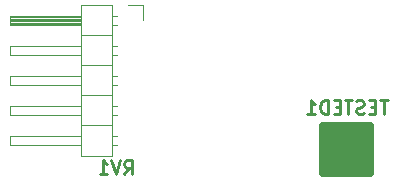
<source format=gbo>
G04 #@! TF.GenerationSoftware,KiCad,Pcbnew,(5.1.10)-1*
G04 #@! TF.CreationDate,2022-03-27T08:25:45-04:00*
G04 #@! TF.ProjectId,AudioAmp380,41756469-6f41-46d7-9033-38302e6b6963,3*
G04 #@! TF.SameCoordinates,Original*
G04 #@! TF.FileFunction,Legend,Bot*
G04 #@! TF.FilePolarity,Positive*
%FSLAX46Y46*%
G04 Gerber Fmt 4.6, Leading zero omitted, Abs format (unit mm)*
G04 Created by KiCad (PCBNEW (5.1.10)-1) date 2022-03-27 08:25:45*
%MOMM*%
%LPD*%
G01*
G04 APERTURE LIST*
%ADD10C,0.120000*%
%ADD11C,0.650000*%
%ADD12C,0.254000*%
G04 APERTURE END LIST*
D10*
X119640000Y-136406400D02*
X119640000Y-139006400D01*
X119640000Y-139006400D02*
X117020000Y-139006400D01*
X117020000Y-139006400D02*
X117020000Y-136406400D01*
X117020000Y-136406400D02*
X119640000Y-136406400D01*
X117020000Y-137356400D02*
X117020000Y-138116400D01*
X117020000Y-138116400D02*
X111020000Y-138116400D01*
X111020000Y-138116400D02*
X111020000Y-137356400D01*
X111020000Y-137356400D02*
X117020000Y-137356400D01*
X120070000Y-137356400D02*
X119640000Y-137356400D01*
X120070000Y-138116400D02*
X119640000Y-138116400D01*
X117020000Y-137476400D02*
X111020000Y-137476400D01*
X117020000Y-137596400D02*
X111020000Y-137596400D01*
X117020000Y-137716400D02*
X111020000Y-137716400D01*
X117020000Y-137836400D02*
X111020000Y-137836400D01*
X117020000Y-137956400D02*
X111020000Y-137956400D01*
X117020000Y-138076400D02*
X111020000Y-138076400D01*
X119640000Y-139006400D02*
X119640000Y-141546400D01*
X119640000Y-141546400D02*
X117020000Y-141546400D01*
X117020000Y-141546400D02*
X117020000Y-139006400D01*
X117020000Y-139006400D02*
X119640000Y-139006400D01*
X117020000Y-139896400D02*
X117020000Y-140656400D01*
X117020000Y-140656400D02*
X111020000Y-140656400D01*
X111020000Y-140656400D02*
X111020000Y-139896400D01*
X111020000Y-139896400D02*
X117020000Y-139896400D01*
X120070000Y-139896400D02*
X119640000Y-139896400D01*
X120070000Y-140656400D02*
X119640000Y-140656400D01*
X119640000Y-141546400D02*
X119640000Y-144086400D01*
X119640000Y-144086400D02*
X117020000Y-144086400D01*
X117020000Y-144086400D02*
X117020000Y-141546400D01*
X117020000Y-141546400D02*
X119640000Y-141546400D01*
X117020000Y-142436400D02*
X117020000Y-143196400D01*
X117020000Y-143196400D02*
X111020000Y-143196400D01*
X111020000Y-143196400D02*
X111020000Y-142436400D01*
X111020000Y-142436400D02*
X117020000Y-142436400D01*
X120070000Y-142436400D02*
X119640000Y-142436400D01*
X120070000Y-143196400D02*
X119640000Y-143196400D01*
X119640000Y-144086400D02*
X119640000Y-146626400D01*
X119640000Y-146626400D02*
X117020000Y-146626400D01*
X117020000Y-146626400D02*
X117020000Y-144086400D01*
X117020000Y-144086400D02*
X119640000Y-144086400D01*
X117020000Y-144976400D02*
X117020000Y-145736400D01*
X117020000Y-145736400D02*
X111020000Y-145736400D01*
X111020000Y-145736400D02*
X111020000Y-144976400D01*
X111020000Y-144976400D02*
X117020000Y-144976400D01*
X120070000Y-144976400D02*
X119640000Y-144976400D01*
X120070000Y-145736400D02*
X119640000Y-145736400D01*
X119640000Y-146626400D02*
X119640000Y-149226400D01*
X119640000Y-149226400D02*
X117020000Y-149226400D01*
X117020000Y-149226400D02*
X117020000Y-146626400D01*
X117020000Y-146626400D02*
X119640000Y-146626400D01*
X117020000Y-147516400D02*
X117020000Y-148276400D01*
X117020000Y-148276400D02*
X111020000Y-148276400D01*
X111020000Y-148276400D02*
X111020000Y-147516400D01*
X111020000Y-147516400D02*
X117020000Y-147516400D01*
X120070000Y-147516400D02*
X119640000Y-147516400D01*
X120070000Y-148276400D02*
X119640000Y-148276400D01*
X122250000Y-137736400D02*
X122250000Y-136466400D01*
X122250000Y-136466400D02*
X120980000Y-136466400D01*
D11*
X137522000Y-146658400D02*
X141522000Y-146658400D01*
X141522000Y-146658400D02*
X141522000Y-150658400D01*
X141522000Y-150658400D02*
X137522000Y-150658400D01*
X137522000Y-150658400D02*
X137522000Y-146658400D01*
X137522000Y-146658400D02*
X137522000Y-147158400D01*
X137522000Y-147158400D02*
X141522000Y-147158400D01*
X141522000Y-147158400D02*
X141522000Y-147658400D01*
X141522000Y-147658400D02*
X137522000Y-147658400D01*
X137522000Y-147658400D02*
X137522000Y-148158400D01*
X137522000Y-148158400D02*
X141522000Y-148158400D01*
X141522000Y-148158400D02*
X141522000Y-148658400D01*
X141522000Y-148658400D02*
X137522000Y-148658400D01*
X137522000Y-148658400D02*
X137522000Y-149158400D01*
X137522000Y-149158400D02*
X141022000Y-149158400D01*
X141022000Y-149158400D02*
X141522000Y-149158400D01*
X141522000Y-149158400D02*
X141522000Y-149658400D01*
X141522000Y-149658400D02*
X137522000Y-149658400D01*
X137522000Y-149658400D02*
X137522000Y-150158400D01*
X137522000Y-150158400D02*
X141522000Y-150158400D01*
D12*
X120660357Y-150753471D02*
X121041357Y-150209185D01*
X121313500Y-150753471D02*
X121313500Y-149610471D01*
X120878071Y-149610471D01*
X120769214Y-149664900D01*
X120714785Y-149719328D01*
X120660357Y-149828185D01*
X120660357Y-149991471D01*
X120714785Y-150100328D01*
X120769214Y-150154757D01*
X120878071Y-150209185D01*
X121313500Y-150209185D01*
X120333785Y-149610471D02*
X119952785Y-150753471D01*
X119571785Y-149610471D01*
X118592071Y-150753471D02*
X119245214Y-150753471D01*
X118918642Y-150753471D02*
X118918642Y-149610471D01*
X119027500Y-149773757D01*
X119136357Y-149882614D01*
X119245214Y-149937042D01*
X142978214Y-144532471D02*
X142325071Y-144532471D01*
X142651642Y-145675471D02*
X142651642Y-144532471D01*
X141944071Y-145076757D02*
X141563071Y-145076757D01*
X141399785Y-145675471D02*
X141944071Y-145675471D01*
X141944071Y-144532471D01*
X141399785Y-144532471D01*
X140964357Y-145621042D02*
X140801071Y-145675471D01*
X140528928Y-145675471D01*
X140420071Y-145621042D01*
X140365642Y-145566614D01*
X140311214Y-145457757D01*
X140311214Y-145348900D01*
X140365642Y-145240042D01*
X140420071Y-145185614D01*
X140528928Y-145131185D01*
X140746642Y-145076757D01*
X140855500Y-145022328D01*
X140909928Y-144967900D01*
X140964357Y-144859042D01*
X140964357Y-144750185D01*
X140909928Y-144641328D01*
X140855500Y-144586900D01*
X140746642Y-144532471D01*
X140474500Y-144532471D01*
X140311214Y-144586900D01*
X139984642Y-144532471D02*
X139331500Y-144532471D01*
X139658071Y-145675471D02*
X139658071Y-144532471D01*
X138950500Y-145076757D02*
X138569500Y-145076757D01*
X138406214Y-145675471D02*
X138950500Y-145675471D01*
X138950500Y-144532471D01*
X138406214Y-144532471D01*
X137916357Y-145675471D02*
X137916357Y-144532471D01*
X137644214Y-144532471D01*
X137480928Y-144586900D01*
X137372071Y-144695757D01*
X137317642Y-144804614D01*
X137263214Y-145022328D01*
X137263214Y-145185614D01*
X137317642Y-145403328D01*
X137372071Y-145512185D01*
X137480928Y-145621042D01*
X137644214Y-145675471D01*
X137916357Y-145675471D01*
X136174642Y-145675471D02*
X136827785Y-145675471D01*
X136501214Y-145675471D02*
X136501214Y-144532471D01*
X136610071Y-144695757D01*
X136718928Y-144804614D01*
X136827785Y-144859042D01*
M02*

</source>
